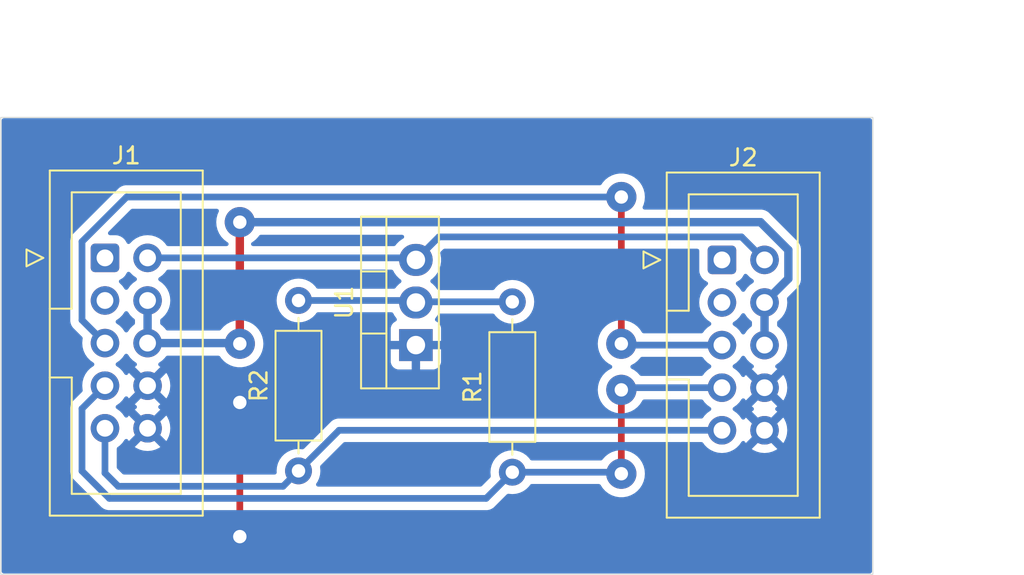
<source format=kicad_pcb>
(kicad_pcb (version 20240108) (generator "pcbnew") (generator_version "8.0")
  (layers (0 "F.Cu" signal) (31 "B.Cu" signal) (34 "B.Paste" user) (35 "F.Paste" user) (36 "B.SilkS" user "B.Silkscreen") (37 "F.SilkS" user "F.Silkscreen") (38 "B.Mask" user) (39 "F.Mask" user) (44 "Edge.Cuts" user))
  (net 0 "")
  (net 1 "/SDA")
  (net 2 "/IntLeft")
  (net 3 "GND")
  (net 6 "+5V")
  (net 7 "+12V")
  (net 8 "/SCL")
  (net 11 "+3.3V")
  (footprint "Package_TO_SOT_THT:TO-220-3_Vertical" (layer "F.Cu") (at 125.25 88.83 90)
    (property "Reference" "U1" (at 2.54 -4.27 90) (layer "F.SilkS"))
    (property "Value" "LM1117T-3.3")
    (fp_line (start 7.66 -3.27) (end 7.66 1.371) (stroke (width 0.12)) (layer "F.SilkS"))
    (fp_line (start 4.391 -3.27) (end 4.391 -1.76) (stroke (width 0.12)) (layer "F.SilkS"))
    (fp_line (start 0.69 -3.27) (end 0.69 -1.76) (stroke (width 0.12)) (layer "F.SilkS"))
    (fp_line (start -2.58 -3.27) (end 7.66 -3.27) (stroke (width 0.12)) (layer "F.SilkS"))
    (fp_line (start -2.58 -3.27) (end -2.58 1.371) (stroke (width 0.12)) (layer "F.SilkS"))
    (fp_line (start -2.58 -1.76) (end 7.66 -1.76) (stroke (width 0.12)) (layer "F.SilkS"))
    (fp_line (start -2.58 1.371) (end 7.66 1.371) (stroke (width 0.12)) (layer "F.SilkS"))
    (pad "1" thru_hole rect (at 0 0 90) (size 1.905 2) (drill 1.1) (layers "*.Cu" "*.Mask") (net 3 "GND"))
    (pad "2" thru_hole oval (at 2.54 0 90) (size 1.905 2) (drill 1.1) (layers "*.Cu" "*.Mask") (net 11 "+3.3V"))
    (pad "3" thru_hole oval (at 5.08 0 90) (size 1.905 2) (drill 1.1) (layers "*.Cu" "*.Mask") (net 6 "+5V"))
  )
  (footprint "Connector_IDC:IDC-Header_2x05_P2.54mm_Vertical" (layer "F.Cu") (at 106.71 83.63)
    (property "Reference" "J1" (at 1.27 -6.1 0) (layer "F.SilkS"))
    (property "Value" "PanelLeft")
    (fp_line (start -4.68 -0.5) (end -4.68 0.5) (stroke (width 0.12)) (layer "F.SilkS"))
    (fp_line (start -4.68 0.5) (end -3.68 0) (stroke (width 0.12)) (layer "F.SilkS"))
    (fp_line (start -3.68 0) (end -4.68 -0.5) (stroke (width 0.12)) (layer "F.SilkS"))
    (fp_line (start -3.29 -5.21) (end 5.83 -5.21) (stroke (width 0.12)) (layer "F.SilkS"))
    (fp_line (start -3.29 3.03) (end -1.98 3.03) (stroke (width 0.12)) (layer "F.SilkS"))
    (fp_line (start -3.29 15.37) (end -3.29 -5.21) (stroke (width 0.12)) (layer "F.SilkS"))
    (fp_line (start -1.98 -3.91) (end 4.52 -3.91) (stroke (width 0.12)) (layer "F.SilkS"))
    (fp_line (start -1.98 3.03) (end -1.98 -3.91) (stroke (width 0.12)) (layer "F.SilkS"))
    (fp_line (start -1.98 7.13) (end -3.29 7.13) (stroke (width 0.12)) (layer "F.SilkS"))
    (fp_line (start -1.98 7.13) (end -1.98 7.13) (stroke (width 0.12)) (layer "F.SilkS"))
    (fp_line (start -1.98 14.07) (end -1.98 7.13) (stroke (width 0.12)) (layer "F.SilkS"))
    (fp_line (start 4.52 -3.91) (end 4.52 14.07) (stroke (width 0.12)) (layer "F.SilkS"))
    (fp_line (start 4.52 14.07) (end -1.98 14.07) (stroke (width 0.12)) (layer "F.SilkS"))
    (fp_line (start 5.83 -5.21) (end 5.83 15.37) (stroke (width 0.12)) (layer "F.SilkS"))
    (fp_line (start 5.83 15.37) (end -3.29 15.37) (stroke (width 0.12)) (layer "F.SilkS"))
    (pad "1" thru_hole roundrect (at 0 0) (size 1.7 1.7) (drill 1) (layers "*.Cu" "*.Mask") (roundrect_rratio 0.147059))
    (pad "2" thru_hole circle (at 2.54 0) (size 1.7 1.7) (drill 1) (layers "*.Cu" "*.Mask") (net 6 "+5V"))
    (pad "3" thru_hole circle (at 0 2.54) (size 1.7 1.7) (drill 1) (layers "*.Cu" "*.Mask"))
    (pad "4" thru_hole circle (at 2.54 2.54) (size 1.7 1.7) (drill 1) (layers "*.Cu" "*.Mask") (net 7 "+12V"))
    (pad "5" thru_hole circle (at 0 5.08) (size 1.7 1.7) (drill 1) (layers "*.Cu" "*.Mask") (net 2 "/IntLeft"))
    (pad "6" thru_hole circle (at 2.54 5.08) (size 1.7 1.7) (drill 1) (layers "*.Cu" "*.Mask") (net 7 "+12V"))
    (pad "7" thru_hole circle (at 0 7.62) (size 1.7 1.7) (drill 1) (layers "*.Cu" "*.Mask") (net 8 "/SCL"))
    (pad "8" thru_hole circle (at 2.54 7.62) (size 1.7 1.7) (drill 1) (layers "*.Cu" "*.Mask") (net 3 "GND"))
    (pad "9" thru_hole circle (at 0 10.16) (size 1.7 1.7) (drill 1) (layers "*.Cu" "*.Mask") (net 1 "/SDA"))
    (pad "10" thru_hole circle (at 2.54 10.16) (size 1.7 1.7) (drill 1) (layers "*.Cu" "*.Mask") (net 3 "GND"))
  )
  (footprint "Connector_IDC:IDC-Header_2x05_P2.54mm_Vertical" (layer "F.Cu") (at 143.5 83.75)
    (property "Reference" "J2" (at 1.27 -6.1 0) (layer "F.SilkS"))
    (property "Value" "Breakout")
    (fp_line (start -4.68 -0.5) (end -4.68 0.5) (stroke (width 0.12)) (layer "F.SilkS"))
    (fp_line (start -4.68 0.5) (end -3.68 0) (stroke (width 0.12)) (layer "F.SilkS"))
    (fp_line (start -3.68 0) (end -4.68 -0.5) (stroke (width 0.12)) (layer "F.SilkS"))
    (fp_line (start -3.29 -5.21) (end 5.83 -5.21) (stroke (width 0.12)) (layer "F.SilkS"))
    (fp_line (start -3.29 3.03) (end -1.98 3.03) (stroke (width 0.12)) (layer "F.SilkS"))
    (fp_line (start -3.29 15.37) (end -3.29 -5.21) (stroke (width 0.12)) (layer "F.SilkS"))
    (fp_line (start -1.98 -3.91) (end 4.52 -3.91) (stroke (width 0.12)) (layer "F.SilkS"))
    (fp_line (start -1.98 3.03) (end -1.98 -3.91) (stroke (width 0.12)) (layer "F.SilkS"))
    (fp_line (start -1.98 7.13) (end -3.29 7.13) (stroke (width 0.12)) (layer "F.SilkS"))
    (fp_line (start -1.98 7.13) (end -1.98 7.13) (stroke (width 0.12)) (layer "F.SilkS"))
    (fp_line (start -1.98 14.07) (end -1.98 7.13) (stroke (width 0.12)) (layer "F.SilkS"))
    (fp_line (start 4.52 -3.91) (end 4.52 14.07) (stroke (width 0.12)) (layer "F.SilkS"))
    (fp_line (start 4.52 14.07) (end -1.98 14.07) (stroke (width 0.12)) (layer "F.SilkS"))
    (fp_line (start 5.83 -5.21) (end 5.83 15.37) (stroke (width 0.12)) (layer "F.SilkS"))
    (fp_line (start 5.83 15.37) (end -3.29 15.37) (stroke (width 0.12)) (layer "F.SilkS"))
    (pad "1" thru_hole roundrect (at 0 0) (size 1.7 1.7) (drill 1) (layers "*.Cu" "*.Mask") (roundrect_rratio 0.147059))
    (pad "2" thru_hole circle (at 2.54 0) (size 1.7 1.7) (drill 1) (layers "*.Cu" "*.Mask") (net 6 "+5V"))
    (pad "3" thru_hole circle (at 0 2.54) (size 1.7 1.7) (drill 1) (layers "*.Cu" "*.Mask"))
    (pad "4" thru_hole circle (at 2.54 2.54) (size 1.7 1.7) (drill 1) (layers "*.Cu" "*.Mask") (net 7 "+12V"))
    (pad "5" thru_hole circle (at 0 5.08) (size 1.7 1.7) (drill 1) (layers "*.Cu" "*.Mask") (net 2 "/IntLeft"))
    (pad "6" thru_hole circle (at 2.54 5.08) (size 1.7 1.7) (drill 1) (layers "*.Cu" "*.Mask") (net 7 "+12V"))
    (pad "7" thru_hole circle (at 0 7.62) (size 1.7 1.7) (drill 1) (layers "*.Cu" "*.Mask") (net 8 "/SCL"))
    (pad "8" thru_hole circle (at 2.54 7.62) (size 1.7 1.7) (drill 1) (layers "*.Cu" "*.Mask") (net 3 "GND"))
    (pad "9" thru_hole circle (at 0 10.16) (size 1.7 1.7) (drill 1) (layers "*.Cu" "*.Mask") (net 1 "/SDA"))
    (pad "10" thru_hole circle (at 2.54 10.16) (size 1.7 1.7) (drill 1) (layers "*.Cu" "*.Mask") (net 3 "GND"))
  )
  (footprint "Resistor_THT:R_Axial_DIN0207_L6.3mm_D2.5mm_P10.16mm_Horizontal" (layer "F.Cu") (at 131 96.41 90)
    (property "Reference" "R1" (at 5.08 -2.37 90) (layer "F.SilkS"))
    (property "Value" "2.2k")
    (fp_line (start 8.35 -1.37) (end 1.81 -1.37) (stroke (width 0.12)) (layer "F.SilkS"))
    (fp_line (start 1.81 -1.37) (end 1.81 1.37) (stroke (width 0.12)) (layer "F.SilkS"))
    (fp_line (start 9.12 0) (end 8.35 0) (stroke (width 0.12)) (layer "F.SilkS"))
    (fp_line (start 1.04 0) (end 1.81 0) (stroke (width 0.12)) (layer "F.SilkS"))
    (fp_line (start 8.35 1.37) (end 8.35 -1.37) (stroke (width 0.12)) (layer "F.SilkS"))
    (fp_line (start 1.81 1.37) (end 8.35 1.37) (stroke (width 0.12)) (layer "F.SilkS"))
    (pad "1" thru_hole circle (at 0 0 90) (size 1.6 1.6) (drill 0.8) (layers "*.Cu" "*.Mask") (net 8 "/SCL"))
    (pad "2" thru_hole oval (at 10.16 0 90) (size 1.6 1.6) (drill 0.8) (layers "*.Cu" "*.Mask") (net 11 "+3.3V"))
  )
  (footprint "Resistor_THT:R_Axial_DIN0207_L6.3mm_D2.5mm_P10.16mm_Horizontal" (layer "F.Cu") (at 118.25 96.33 90)
    (property "Reference" "R2" (at 5.08 -2.37 90) (layer "F.SilkS"))
    (property "Value" "2.2k")
    (fp_line (start 8.35 -1.37) (end 1.81 -1.37) (stroke (width 0.12)) (layer "F.SilkS"))
    (fp_line (start 1.81 -1.37) (end 1.81 1.37) (stroke (width 0.12)) (layer "F.SilkS"))
    (fp_line (start 9.12 0) (end 8.35 0) (stroke (width 0.12)) (layer "F.SilkS"))
    (fp_line (start 1.04 0) (end 1.81 0) (stroke (width 0.12)) (layer "F.SilkS"))
    (fp_line (start 8.35 1.37) (end 8.35 -1.37) (stroke (width 0.12)) (layer "F.SilkS"))
    (fp_line (start 1.81 1.37) (end 8.35 1.37) (stroke (width 0.12)) (layer "F.SilkS"))
    (pad "1" thru_hole circle (at 0 0 90) (size 1.6 1.6) (drill 0.8) (layers "*.Cu" "*.Mask") (net 1 "/SDA"))
    (pad "2" thru_hole oval (at 10.16 0 90) (size 1.6 1.6) (drill 0.8) (layers "*.Cu" "*.Mask") (net 11 "+3.3V"))
  )
  (gr_rect (start 100.5 75.25) (end 152.5 102.5) (stroke (width 0.05)) (fill none) (layer "Edge.Cuts"))
  (segment (start 118.25 96.33) (end 120.67 93.91) (width 0.4) (layer "B.Cu") (net 1))
  (segment (start 117.33 97.25) (end 118.25 96.33) (width 0.4) (layer "B.Cu") (net 1))
  (segment (start 107.5 97.25) (end 117.33 97.25) (width 0.4) (layer "B.Cu") (net 1))
  (segment (start 120.67 93.91) (end 143.5 93.91) (width 0.4) (layer "B.Cu") (net 1))
  (segment (start 106.71 96.46) (end 107.5 97.25) (width 0.4) (layer "B.Cu") (net 1))
  (segment (start 106.71 93.79) (end 106.71 96.46) (width 0.4) (layer "B.Cu") (net 1))
  (segment (start 137.5 80) (end 137.5 88.75) (width 0.4) (layer "F.Cu") (net 2))
  (via (at 137.5 88.75) (size 1.8) (drill 0.8) (layers "F.Cu" "B.Cu") (net 2))
  (via (at 137.5 80) (size 1.8) (drill 0.8) (layers "F.Cu" "B.Cu") (net 2))
  (segment (start 106.71 88.71) (end 105.34 87.34) (width 0.4) (layer "B.Cu") (net 2))
  (segment (start 105.34 82.66) (end 108 80) (width 0.4) (layer "B.Cu") (net 2))
  (segment (start 137.5 88.75) (end 137.58 88.83) (width 0.4) (layer "B.Cu") (net 2))
  (segment (start 105.34 87.34) (end 105.34 82.66) (width 0.4) (layer "B.Cu") (net 2))
  (segment (start 108 80) (end 137.5 80) (width 0.4) (layer "B.Cu") (net 2))
  (segment (start 137.58 88.83) (end 143.5 88.83) (width 0.4) (layer "B.Cu") (net 2))
  (segment (start 114.75 100.25) (end 114.75 92.25) (width 0.4) (layer "F.Cu") (net 3))
  (via (at 114.75 92.25) (size 1.8) (drill 0.8) (layers "F.Cu" "B.Cu") (net 3))
  (via (at 114.75 100.25) (size 1.8) (drill 0.8) (layers "F.Cu" "B.Cu") (net 3))
  (segment (start 125.13 83.63) (end 125.25 83.75) (width 0.4) (layer "B.Cu") (net 6))
  (segment (start 109.25 83.63) (end 125.13 83.63) (width 0.4) (layer "B.Cu") (net 6))
  (segment (start 126.62 82.38) (end 144.67 82.38) (width 0.4) (layer "B.Cu") (net 6))
  (segment (start 144.67 82.38) (end 146.04 83.75) (width 0.4) (layer "B.Cu") (net 6))
  (segment (start 125.25 83.75) (end 126.62 82.38) (width 0.4) (layer "B.Cu") (net 6))
  (segment (start 114.75 88.75) (end 114.75 81.5) (width 0.5) (layer "F.Cu") (net 7))
  (via (at 114.75 81.5) (size 1.8) (drill 0.8) (layers "F.Cu" "B.Cu") (net 7))
  (via (at 114.75 88.75) (size 1.8) (drill 0.8) (layers "F.Cu" "B.Cu") (net 7))
  (segment (start 146.04 88.83) (end 146.04 86.29) (width 0.5) (layer "B.Cu") (net 7))
  (segment (start 114.71 88.71) (end 109.25 88.71) (width 0.5) (layer "B.Cu") (net 7))
  (segment (start 147.46 84.87) (end 146.04 86.29) (width 0.5) (layer "B.Cu") (net 7))
  (segment (start 114.75 88.75) (end 114.71 88.71) (width 0.5) (layer "B.Cu") (net 7))
  (segment (start 109.25 88.71) (end 109.25 86.17) (width 0.5) (layer "B.Cu") (net 7))
  (segment (start 114.75 81.5) (end 145.798184 81.5) (width 0.5) (layer "B.Cu") (net 7))
  (segment (start 145.798184 81.5) (end 147.46 83.161816) (width 0.5) (layer "B.Cu") (net 7))
  (segment (start 147.46 83.161816) (end 147.46 84.87) (width 0.5) (layer "B.Cu") (net 7))
  (segment (start 137.5 96.5) (end 137.5 91.5) (width 0.4) (layer "F.Cu") (net 8))
  (via (at 137.5 91.5) (size 1.8) (drill 0.8) (layers "F.Cu" "B.Cu") (net 8))
  (via (at 137.5 96.5) (size 1.8) (drill 0.8) (layers "F.Cu" "B.Cu") (net 8))
  (segment (start 137.41 96.41) (end 137.5 96.5) (width 0.4) (layer "B.Cu") (net 8))
  (segment (start 129.44 97.97) (end 131 96.41) (width 0.4) (layer "B.Cu") (net 8))
  (segment (start 131 96.41) (end 137.41 96.41) (width 0.4) (layer "B.Cu") (net 8))
  (segment (start 137.63 91.37) (end 143.5 91.37) (width 0.4) (layer "B.Cu") (net 8))
  (segment (start 137.5 91.5) (end 137.63 91.37) (width 0.4) (layer "B.Cu") (net 8))
  (segment (start 106.71 91.25) (end 105.34 92.62) (width 0.4) (layer "B.Cu") (net 8))
  (segment (start 106.97 97.97) (end 129.44 97.97) (width 0.4) (layer "B.Cu") (net 8))
  (segment (start 105.34 92.62) (end 105.34 96.34) (width 0.4) (layer "B.Cu") (net 8))
  (segment (start 105.34 96.34) (end 106.97 97.97) (width 0.4) (layer "B.Cu") (net 8))
  (segment (start 118.25 86.17) (end 125.13 86.17) (width 0.4) (layer "B.Cu") (net 11))
  (segment (start 125.25 86.29) (end 125.29 86.29) (width 0.4) (layer "B.Cu") (net 11))
  (segment (start 125.13 86.17) (end 125.25 86.29) (width 0.4) (layer "B.Cu") (net 11))
  (segment (start 125.33 86.25) (end 131 86.25) (width 0.4) (layer "B.Cu") (net 11))
  (segment (start 125.29 86.29) (end 125.33 86.25) (width 0.4) (layer "B.Cu") (net 11))
  (zone (net 3) (net_name "GND") (layer "B.Cu") (connect_pads (clearance 0.5)) (min_thickness 0.25) (fill yes (thermal_gap 0.5) (thermal_bridge_width 0.5) (island_removal_mode 1) (island_area_min 10))
    (polygon (pts (xy 100.5 75.25) (xy 152.5 75.25) (xy 152.5 102.5) (xy 100.5 102.5)))
  )
)
</source>
